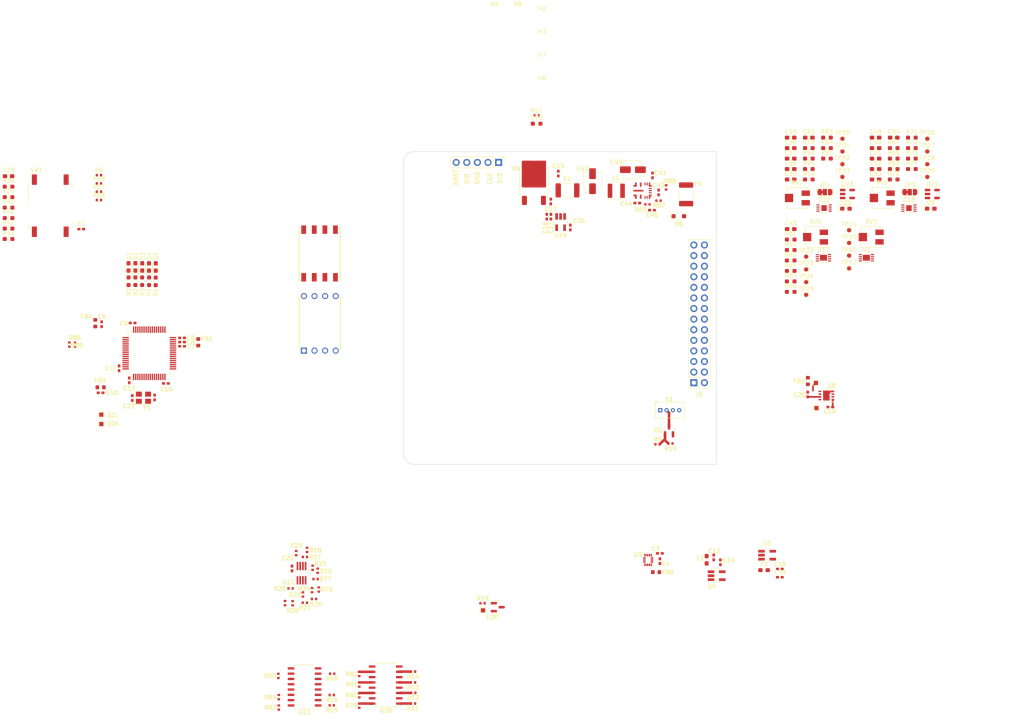
<source format=kicad_pcb>
(kicad_pcb (version 20221018) (generator pcbnew)
  (title_block (title "Frontbox") (date "2023-04-19") (rev "${REVISION}") (company "Author: Szymon Kostrubiec") (comment 1 "Reviewer:"))
  (layers (0 "F.Cu" signal) (1 "In1.Cu" signal) (2 "In2.Cu" signal) (31 "B.Cu" signal) (34 "B.Paste" user) (35 "F.Paste" user) (36 "B.SilkS" user "B.Silkscreen") (37 "F.SilkS" user "F.Silkscreen") (38 "B.Mask" user) (39 "F.Mask" user) (44 "Edge.Cuts" user))
  (property "REVISION" "0.1.0")
  (net 0 "")
  (net 1 "/NRST")
  (net 2 "GND")
  (net 3 "+3.3V")
  (net 4 "+5V")
  (net 5 "+3.3VA")
  (net 6 "/HSE_IN")
  (net 7 "/HSE_OUT")
  (net 8 "Net-(U7-EN)")
  (net 9 "Net-(U7-VCC)")
  (net 10 "Net-(U7-SW)")
  (net 11 "Net-(U7-CBOOT)")
  (net 12 "+7.5V")
  (net 13 "Net-(D1-K)")
  (net 14 "Net-(D2-K)")
  (net 15 "Net-(D3-K)")
  (net 16 "Net-(D4-K)")
  (net 17 "Net-(D5-K)")
  (net 18 "+24V")
  (net 19 "Net-(IC1-VS)")
  (net 20 "Net-(IC2-VS)")
  (net 21 "/YAWPROBE_I^{2}C_SDA")
  (net 22 "/YAWPROBE_I^{2}C_SCL")
  (net 31 "/INERTIA")
  (net 32 "3V3_POT1")
  (net 33 "/EBS_SAFETY")
  (net 34 "/KILL_PRAWY")
  (net 35 "/OVERTRAVEL")
  (net 36 "/POT_ZAWIAS_1")
  (net 37 "/KILL_LEWY")
  (net 38 "/BRAKE_PRESSURE2")
  (net 39 "/BSPD_SENSE")
  (net 40 "/KILL_KIERA")
  (net 41 "/POT_ZAWIAS2")
  (net 42 "/SAFE-IN")
  (net 43 "/SAFE-OUT")
  (net 44 "/BRAKE_PRESSURE1")
  (net 45 "/DAC1_REF")
  (net 46 "/CAN-")
  (net 47 "/CAN+")
  (net 48 "/SWCLK")
  (net 49 "/SWDIO")
  (net 50 "/DAC2_REF")
  (net 51 "Net-(Q1-D)")
  (net 52 "Net-(Q1-G)")
  (net 53 "/DEBUG_LED1")
  (net 54 "/DEBUG_LED2")
  (net 55 "/DEBUG_LED3")
  (net 56 "/DEBUG_LED4")
  (net 57 "/DEBUG_LED5")
  (net 58 "/Safety_control")
  (net 59 "Net-(R11-Pad2)")
  (net 60 "Net-(R12-Pad2)")
  (net 61 "Net-(R13-Pad2)")
  (net 62 "Net-(R14-Pad2)")
  (net 63 "Net-(R15-Pad2)")
  (net 64 "Net-(R16-Pad2)")
  (net 65 "5v_ref")
  (net 66 "/Suspension potentiometers/IN1+")
  (net 67 "Net-(U12A-+)")
  (net 68 "/Suspension potentiometers/IN2+")
  (net 69 "Net-(U12B-+)")
  (net 70 "Net-(U12A--)")
  (net 71 "Net-(U12B--)")
  (net 72 "/SUSP_L")
  (net 73 "/SUSP_R")
  (net 74 "/APPS_sig1")
  (net 75 "/Brake_pressure_front")
  (net 76 "/Brake_pressure_rear")
  (net 77 "/RTD_BUTTON_sig")
  (net 78 "Net-(R49-Pad2)")
  (net 79 "/Sense_EBS")
  (net 80 "/APPS_sig2")
  (net 81 "/Sense_left")
  (net 82 "/Sense_right")
  (net 83 "/Sense_driver")
  (net 84 "/Sense_inertia")
  (net 85 "/Sense_BSPD")
  (net 86 "/Sense_overtravel")
  (net 87 "Net-(U7-FB)")
  (net 88 "Net-(U7-RBOOT)")
  (net 89 "/CAN1_TX")
  (net 90 "/CAN1_RX")
  (net 102 "Net-(U5-OUT)")
  (net 106 "/IMU_CLK")
  (net 107 "/IMU_MISO")
  (net 108 "/IMU_MOSI")
  (net 118 "/APPS_POT_1")
  (net 119 "/APPS_POT_2")
  (net 122 "/APPS2_3V3")
  (net 123 "/APPS1_3V3")
  (net 126 "+3V3")
  (net 127 "Net-(U3-VDD)")
  (net 128 "Net-(U6-VCC)")
  (net 129 "Net-(U8-VDD)")
  (net 130 "Net-(U4-EN)")
  (net 131 "Net-(U5-EN)")
  (net 132 "Net-(JP3-B)")
  (net 133 "/APPS1/DAC_REF2")
  (net 134 "Net-(U21-+)")
  (net 135 "Net-(C54-Pad1)")
  (net 136 "/APPS1/OUT2")
  (net 137 "Net-(JP4-B)")
  (net 138 "Net-(U23-+)")
  (net 139 "Net-(C60-Pad1)")
  (net 140 "/APPS1/POT2")
  (net 141 "Net-(J5-Pin_10)")
  (net 142 "Net-(J5-Pin_11)")
  (net 143 "Net-(J5-Pin_18)")
  (net 144 "Net-(J5-Pin_19)")
  (net 148 "Net-(JP3-C)")
  (net 149 "Net-(JP4-C)")
  (net 150 "Net-(U2B--)")
  (net 151 "Net-(R38-Pad2)")
  (net 152 "Net-(U2B-+)")
  (net 153 "Net-(U2A-+)")
  (net 154 "Net-(U2A--)")
  (net 155 "/Brake_press_front")
  (net 156 "Net-(U17B--)")
  (net 157 "Net-(R61-Pad2)")
  (net 158 "Net-(U17B-+)")
  (net 159 "Net-(U17A-+)")
  (net 160 "Net-(U17A--)")
  (net 161 "/Brake_press_rear")
  (net 162 "Net-(R67-Pad2)")
  (net 163 "Net-(R68-Pad1)")
  (net 164 "Net-(U18-EN)")
  (net 165 "Net-(U18-FG)")
  (net 166 "Net-(R71-Pad2)")
  (net 167 "Net-(R75-Pad2)")
  (net 168 "Net-(R78-Pad1)")
  (net 169 "Net-(U22-EN)")
  (net 170 "Net-(U22-FG)")
  (net 171 "Net-(R92-Pad2)")
  (footprint "Resistor_SMD:R_0402_1005Metric" (layer "F.Cu") (at 114.352 177.812 90)
    (fp_text reference "R81")
    (fp_text value "10k")
  )
  (footprint "Resistor_SMD:R_0603_1608Metric_Pad0.98x0.95mm_HandSolder" (layer "F.Cu") (at 63.96 81.1 90)
    (fp_text reference "R4")
    (fp_text value "100R")
  )
  (footprint "Capacitor_SMD:C_0402_1005Metric_Pad0.74x0.62mm_HandSolder" (layer "F.Cu") (at 52.33 107.84 180)
    (fp_text reference "C40")
    (fp_text value "100nF")
  )
  (footprint "TestPoint:TestPoint_Pad_D1.0mm" (layer "F.Cu") (at 221.5305 81.3)
    (fp_text reference "TP24")
    (fp_text value "BR_MID")
  )
  (footprint "Resistor_SMD:R_0603_1608Metric_Pad0.98x0.95mm_HandSolder" (layer "F.Cu") (at 242.5305 56.69)
    (fp_text reference "R70")
    (fp_text value "0R")
  )
  (footprint "Connector_PinSocket_2.54mm:PinSocket_2x14_P2.54mm_Vertical" (layer "F.Cu") (at 194.6 105.42 180)
    (fp_text reference "J5")
    (fp_text value "Conn_02x14_Counter_Clockwise")
  )
  (footprint "MountingHole:MountingHole_2mm" (layer "F.Cu") (at 197.5 52.5)
    (fp_text reference "H5" hide)
    (fp_text value "M3")
  )
  (footprint "Resistor_SMD:R_0402_1005Metric" (layer "F.Cu") (at 103.188 149.8 90)
    (fp_text reference "R25")
    (fp_text value "12k")
  )
  (footprint "Resistor_SMD:R_0402_1005Metric" (layer "F.Cu") (at 101.313 158.185 180)
    (fp_text reference "R21")
    (fp_text value "10k")
  )
  (footprint "Package_DFN_QFN:DFN-8-1EP_3x2mm_P0.5mm_EP1.7x1.4mm" (layer "F.Cu") (at 235.9805 75.45)
    (fp_text reference "U2")
    (fp_text value "MCP6002-xMC")
  )
  (footprint "Resistor_SMD:R_0402_1005Metric" (layer "F.Cu") (at 183.480001 62.640001 180)
    (fp_text reference "R89")
    (fp_text value "0R")
  )
  (footprint "Resistor_SMD:R_0603_1608Metric_Pad0.98x0.95mm_HandSolder" (layer "F.Cu") (at 30.2625 60.92)
    (fp_text reference "R39")
    (fp_text value "0R")
  )
  (footprint "Capacitor_SMD:C_0402_1005Metric_Pad0.74x0.62mm_HandSolder" (layer "F.Cu") (at 227.33 111.252 180)
    (fp_text reference "C19")
    (fp_text value "100nF")
  )
  (footprint "Resistor_SMD:R_0402_1005Metric" (layer "F.Cu") (at 156.9 41.315)
    (fp_text reference "R57")
    (fp_text value "220R")
  )
  (footprint "Package_DFN_QFN:DFN-8-1EP_3x2mm_P0.5mm_EP1.7x1.4mm" (layer "F.Cu") (at 225.6805 75.45)
    (fp_text reference "U17")
    (fp_text value "MCP6002-xMC")
  )
  (footprint "Capacitor_SMD:C_0603_1608Metric_Pad1.08x0.95mm_HandSolder" (layer "F.Cu") (at 242.5305 46.65)
    (fp_text reference "C54")
    (fp_text value "100n")
  )
  (footprint "Capacitor_SMD:C_0603_1608Metric_Pad1.08x0.95mm_HandSolder" (layer "F.Cu") (at 217.8305 49.16)
    (fp_text reference "C56")
    (fp_text value "100n")
  )
  (footprint "Diode_SMD:D_0603_1608Metric_Pad1.05x0.95mm_HandSolder" (layer "F.Cu") (at 251.4255 63.69)
    (fp_text reference "D9")
    (fp_text value "24V")
  )
  (footprint "Resistor_SMD:R_0402_1005Metric" (layer "F.Cu") (at 127.262 174.702 180)
    (fp_text reference "R14")
    (fp_text value "2k")
  )
  (footprint "Resistor_SMD:R_0603_1608Metric_Pad0.98x0.95mm_HandSolder" (layer "F.Cu") (at 226.5305 51.67)
    (fp_text reference "R95")
    (fp_text value "4k7")
  )
  (footprint "MountingHole:MountingHole_2mm" (layer "F.Cu") (at 127.5 122.25)
    (fp_text reference "H4" hide)
    (fp_text value "M3")
  )
  (footprint "Resistor_SMD:R_0402_1005Metric" (layer "F.Cu") (at 107.766 182.787 180)
    (fp_text reference "R15")
    (fp_text value "2k")
  )
  (footprint "Resistor_SMD:R_0603_1608Metric_Pad0.98x0.95mm_HandSolder" (layer "F.Cu") (at 242.5305 54.18)
    (fp_text reference "R69")
    (fp_text value "100k")
  )
  (footprint "Package_QFP:LQFP-64_10x10mm_P0.5mm" (layer "F.Cu") (at 64.008 98.3575 90)
    (fp_text reference "U1" hide)
    (fp_text value "STM32G473RCTx")
  )
  (footprint "Resistor_SMD:R_0402_1005Metric" (layer "F.Cu") (at 143.928635 158.303566)
    (fp_text reference "R19")
    (fp_text value "200R")
  )
  (footprint "Resistor_SMD:R_0402_1005Metric" (layer "F.Cu") (at 101.848 145.51 -90)
    (fp_text reference "R18")
    (fp_text value "5k")
  )
  (footprint "Capacitor_SMD:C_0402_1005Metric_Pad0.74x0.62mm_HandSolder" (layer "F.Cu") (at 200.972 148.4865 90)
    (fp_text reference "C14")
    (fp_text value "1uF")
  )
  (footprint "Resistor_SMD:R_0603_1608Metric_Pad0.98x0.95mm_HandSolder" (layer "F.Cu") (at 226.5305 46.65)
    (fp_text reference "R93")
    (fp_text value "1k")
  )
  (footprint "Resistor_SMD:R_0603_1608Metric_Pad0.98x0.95mm_HandSolder" (layer "F.Cu") (at 246.8805 49.16)
    (fp_text reference "R72")
    (fp_text value "1k")
  )
  (footprint "MountingHole:MountingHole_2mm" (layer "F.Cu") (at 158.22 18.895)
    (fp_text reference "H2")
    (fp_text value "M3")
  )
  (footprint "Resistor_SMD:R_0603_1608Metric_Pad0.98x0.95mm_HandSolder" (layer "F.Cu") (at 242.5305 51.67)
    (fp_text reference "R68")
    (fp_text value "33k")
  )
  (footprint "Resistor_SMD:R_0402_1005Metric" (layer "F.Cu") (at 99.238 146.27 -90)
    (fp_text reference "R29")
    (fp_text value "12k")
  )
  (footprint "Resistor_SMD:R_0603_1608Metric_Pad0.98x0.95mm_HandSolder" (layer "F.Cu") (at 222.1805 56.69)
    (fp_text reference "R92")
    (fp_text value "4k7")
  )
  (footprint "Resistor_SMD:R_0603_1608Metric_Pad0.98x0.95mm_HandSolder" (layer "F.Cu") (at 242.5305 49.16)
    (fp_text reference "R67")
    (fp_text value "10k")
  )
  (footprint "Capacitor_SMD:C_0402_1005Metric_Pad0.74x0.62mm_HandSolder" (layer "F.Cu") (at 52.58 91.39 90)
    (fp_text reference "C5")
    (fp_text value "100nF")
  )
  (footprint "Resistor_SMD:R_0603_1608Metric_Pad0.98x0.95mm_HandSolder" (layer "F.Cu") (at 217.8305 83.64)
    (fp_text reference "R66")
    (fp_text value "0R")
  )
  (footprint "Resistor_SMD:R_0603_1608Metric_Pad0.98x0.95mm_HandSolder" (layer "F.Cu") (at 59.04 81.0875 90)
    (fp_text reference "R1")
    (fp_text value "100R")
  )
  (footprint "Resistor_SMD:R_0603_1608Metric_Pad0.98x0.95mm_HandSolder" (layer "F.Cu") (at 246.8805 46.65)
    (fp_text reference "R71")
    (fp_text value "4k7")
  )
  (footprint "Package_LGA:LGA-14_3x2.5mm_P0.5mm_LayoutBorder3x4y" (layer "F.Cu") (at 183.654 147.9355 90)
    (fp_text reference "U3")
    (fp_text value "IMS330DHCX")
  )
  (footprint "Resistor_SMD:R_0402_1005Metric" (layer "F.Cu") (at 98.388 158.3 90)
    (fp_text reference "R26")
    (fp_text value "3k")
  )
  (footprint "Package_DFN_QFN:TDFN-8-1EP_3x2mm_P0.5mm_EP1.3x1.4mm" (layer "F.Cu") (at 246.1805 63.55)
    (fp_text reference "U18")
    (fp_text value "MCP6N11-005\n")
  )
  (footprint "Capacitor_SMD:C_0402_1005Metric_Pad0.74x0.62mm_HandSolder" (layer "F.Cu") (at 199.372 147.3215 -90)
    (fp_text reference "C12")
    (fp_text value "1uF")
  )
  (footprint "MountingHole:MountingHole_2mm" (layer "F.Cu") (at 146.85 17.78)
    (fp_text reference "H1")
    (fp_text value "M3")
  )
  (footprint "Capacitor_SMD:C_0402_1005Metric_Pad0.74x0.62mm_HandSolder" (layer "F.Cu") (at 215.221 152.068)
    (fp_text reference "C38")
    (fp_text value "1uF")
  )
  (footprint "MountingHole:MountingHole_2mm" (layer "F.Cu") (at 197.5 122.5)
    (fp_text reference "H10" hide)
    (fp_text value "M3")
  )
  (footprint "TestPoint:TestPoint_Pad_D1.0mm" (layer "F.Cu") (at 250.5805 49.97)
    (fp_text reference "TP27")
    (fp_text value "APPS_N")
  )
  (footprint "Capacitor_SMD:C_0402_1005Metric_Pad0.74x0.62mm_HandSolder" (layer "F.Cu") (at 67.99 105.59 180)
    (fp_text reference "C10")
    (fp_text value "100nF")
  )
  (footprint "Resistor_SMD:R_0402_1005Metric" (layer "F.Cu") (at 46.2 96.32 -90)
    (fp_text reference "R86")
    (fp_text value "4k7")
  )
  (footprint "Resistor_SMD:R_0402_1005Metric" (layer "F.Cu") (at 103.038 155.17 -90)
    (fp_text reference "R24")
    (fp_text value "12k")
  )
  (footprint "Resistor_SMD:R_0402_1005Metric" (layer "F.Cu") (at 44.84 96.28 90)
    (fp_text reference "R85")
    (fp_text value "4k7")
  )
  (footprint "Resistor_SMD:R_0603_1608Metric_Pad0.98x0.95mm_HandSolder" (layer "F.Cu") (at 30.2625 68.45)
    (fp_text reference "R42")
    (fp_text value "3k3")
  )
  (footprint "Resistor_SMD:R_0402_1005Metric" (layer "F.Cu") (at 104.648 155.02 90)
    (fp_text reference "R76")
    (fp_text value "10k")
  )
  (footprint "Resistor_SMD:R_0402_1005Metric" (layer "F.Cu") (at 127.312 179.802 180)
    (fp_text reference "R12")
    (fp_text value "2k")
  )
  (footprint "Resistor_SMD:R_0603_1608Metric_Pad0.98x0.95mm_HandSolder" (layer "F.Cu") (at 60.67 81.0875 90)
    (fp_text reference "R2")
    (fp_text value "100R")
  )
  (footprint "Relay_THT:Relay_StandexMeder_UMS" (layer "F.Cu") (at 186.5425 112.0175)
    (fp_text reference "K1")
    (fp_text value "UMS05-1A80-75D")
  )
  (footprint "TestPoint:TestPoint_Pad_D1.0mm" (layer "F.Cu") (at 230.2305 53.02)
    (fp_text reference "TP32")
    (fp_text value "APPS_MID")
  )
  (footprint "Resistor_SMD:R_0402_1005Metric" (layer "F.Cu") (at 114.352 182.875 90)
    (fp_text reference "R79")
    (fp_text value "10k")
  )
  (footprint "Package_TO_SOT_SMD:SOT-23-5_HandSoldering" (layer "F.Cu") (at 162.65 66.9 -90)
    (fp_text reference "U19")
    (fp_text value "TLV743P")
  )
  (footprint "Inductor_SMD:L_0603_1608Metric" (layer "F.Cu") (at 221.9475 105.0145 -90)
    (fp_text reference "FB2")
    (fp_text value "60R@100MHz")
  )
  (footprint "Crystal:Crystal_SMD_Abracon_ABM8G-4Pin_3.2x2.5mm" (layer "F.Cu") (at 62.62 109.02)
    (fp_text reference "Y1")
    (fp_text value "ABM8G-48.000MHZ")
  )
  (footprint "Resistor_SMD:R_0402_1005Metric" (layer "F.Cu") (at 51.9325 57.63)
    (fp_text reference "R48")
    (fp_text value "220R")
  )
  (footprint "Package_TO_SOT_SMD:SOT-23-5_HandSoldering" (layer "F.Cu") (at 200.072 151.704)
    (fp_text reference "U4")
    (fp_text value "TLV743P")
  )
  (footprint "Capacitor_SMD:C_0402_1005Metric_Pad0.74x0.62mm_HandSolder" (layer "F.Cu") (at 71.87 94.67)
    (fp_text reference "C8")
    (fp_text value "100nF")
  )
  (footprint "Package_SO:SOIC-16_4.55x10.3mm_P1.27mm" (layer "F.Cu") (at 101.252 178.372 180)
    (fp_text reference "U11")
    (fp_text value "TLP291-4")
  )
  (footprint "Resistor_SMD:R_0402_1005Metric" (layer "F.Cu") (at 107.766 180.312 180)
    (fp_text reference "R16")
    (fp_text value "2k")
  )
  (footprint "Capacitor_SMD:C_0402_1005Metric_Pad0.74x0.62mm_HandSolder" (layer "F.Cu") (at 160.32 65.6 -90)
    (fp_text reference "C37")
    (fp_text value "1uF")
  )
  (footprint "Resistor_SMD:R_0402_1005Metric" (layer "F.Cu") (at 107.866 175.212 180)
    (fp_text reference "R49")
    (fp_text value "2k")
  )
  (footprint "Capacitor_SMD:C_0402_1005Metric_Pad0.74x0.62mm_HandSolder" (layer "F.Cu") (at 71.87 95.67)
    (fp_text reference "C6")
    (fp_text value "1uF")
  )
  (footprint "Resistor_SMD:R_0402_1005Metric" (layer "F.Cu") (at 104.398 150.5 90)
    (fp_text reference "R23")
    (fp_text value "3k")
  )
  (footprint "Capacitor_SMD:C_0603_1608Metric_Pad1.08x0.95mm_HandSolder" (layer "F.Cu") (at 222.1805 46.65)
    (fp_text reference "C60")
    (fp_text value "100n")
  )
  (footprint "Capacitor_SMD:C_0402_1005Metric_Pad0.74x0.62mm_HandSolder" (layer "F.Cu") (at 184.69 55.7175 90)
    (fp_text reference "C41")
    (fp_text value "220nF")
  )
  (footprint "Resistor_SMD:R_0603_1608Metric_Pad0.98x0.95mm_HandSolder" (layer "F.Cu") (at 222.1805 54.18)
    (fp_text reference "R91")
    (fp_text value "0R")
  )
  (footprint "Resistor_SMD:R_0402_1005Metric" (layer "F.Cu") (at 127.262 182.352 180)
    (fp_text reference "R11")
    (fp_text value "2k")
  )
  (footprint "TestPoint:TestPoint_Pad_D1.0mm" (layer "F.Cu") (at 250.5805 56.07)
    (fp_text reference "TP29")
    (fp_text value "APPS_OUT")
  )
  (footprint "Capacitor_SMD:C_0402_1005Metric_Pad0.74x0.62mm_HandSolder" (layer "F.Cu") (at 164.98 68.2025 90)
    (fp_text reference "C36")
    (fp_text value "1uF")
  )
  (footprint "Resistor_SMD:R_0402_1005Metric" (layer "F.Cu") (at 114.352 180.385 90)
    (fp_text reference "R80")
    (fp_text value "10k")
  )
  (footprint "Resistor_SMD:R_0402_1005Metric" (layer "F.Cu") (at 189 120)
    (fp_text reference "R10")
    (fp_text value "10k")
  )
  (footprint "Capacitor_SMD:C_0603_1608Metric_Pad1.08x0.95mm_HandSolder" (layer "F.Cu") (at 217.8305 51.67)
    (fp_text reference "C57")
    (fp_text value "10n")
  )
  (footprint "Resistor_SMD:R_0402_1005Metric" (layer "F.Cu") (at 187.950001 58.585001 -90)
    (fp_text reference "R88")
    (fp_text value "16k7")
  )
  (footprint "Capacitor_SMD:C_0603_1608Metric_Pad1.08x0.95mm_HandSolder" (layer "F.Cu") (at 238.1805 56.69)
    (fp_text reference "C53")
    (fp_text value "100n")
  )
  (footprint "Diode_SMD:D_0603_1608Metric_Pad1.05x0.95mm_HandSolder" (layer "F.Cu") (at 65.57 77.6675 90)
    (fp_text reference "D5")
    (fp_text value "LED")
  )
  (footprint "Inductor_SMD:L_0603_1608Metric" (layer "F.Cu") (at 75.75 95.73 -90)
    (fp_text reference "FB1")
    (fp_text value "1000Ω@100MHz")
  )
  (footprint "Capacitor_SMD:C_0603_1608Metric_Pad1.08x0.95mm_HandSolder" (layer "F.Cu") (at 217.8305 46.65)
    (fp_text reference "C55")
    (fp_text value "100n")
  )
  (footprint "Package_TO_SOT_SMD:TSOT-23-8_HandSoldering" (layer "F.Cu") (at 100.518 151.1 90)
    (fp_text reference "U12")
    (fp_text value "TLV9152IDDFR")
  )
  (footprint "Package_DFN_QFN:DFN-8-1EP_3x3mm_P0.65mm_EP1.55x2.4mm" (layer "F.Cu") (at 226.38 108.492)
    (fp_text reference "U8")
    (fp_text value "MCP2542FDxMF")
  )
  (footprint "Inductor_SMD:L_Abracon_ASPI-4030S" (layer "F.Cu") (at 176 59.4 180)
    (fp_text reference "L1")
    (fp_text value "2u2H")
  )
  (footprint "Resistor_SMD:R_0603_1608Metric_Pad0.98x0.95mm_HandSolder" (layer "F.Cu") (at 30.2625 70.96)
    (fp_text reference "R43")
    (fp_text value "0R")
  )
  (footprint "Capacitor_SMD:C_0402_1005Metric_Pad0.74x0.62mm_HandSolder" (layer "F.Cu") (at 184.562501 64.040001)
    (fp_text reference "C46")
    (fp_text value "100nF")
  )
  (footprint "Resistor_SMD:R_0402_1005Metric" (layer "F.Cu") (at 96.563 158.275 -90)
    (fp_text reference "R17" hide)
    (fp_text value "5k")
  )
  (footprint "MountingHole:MountingHole_2mm" (layer "F.Cu") (at 158.22 35.545)
    (fp_text reference "H8")
    (fp_text value "M3")
  )
  (footprint "Resistor_SMD:R_0603_1608Metric_Pad0.98x0.95mm_HandSolder" (layer "F.Cu") (at 222.1805 49.16)
    (fp_text reference "R78")
    (fp_text value "33k")
  )
  (footprint "Capacitor_SMD:C_0402_1005Metric_Pad0.74x0.62mm_HandSolder" (layer "F.Cu") (at 71.87 96.68)
    (fp_text reference "C7")
    (fp_text value "100nF")
  )
  (footprint "TestPoint:TestPoint_Pad_D1.0mm" (layer "F.Cu") (at 231.8305 74.95)
    (fp_text reference "TP16")
    (fp_text value "BR_MID")
  )
  (footprint "Capacitor_SMD:C_0402_1005Metric_Pad0.74x0.62mm_HandSolder" (layer "F.Cu") (at 162.1 55.2675 90)
    (fp_text reference "C15")
    (fp_text value "1uF")
  )
  (footprint "Resistor_SMD:R_0402_1005Metric" (layer "F.Cu") (at 103.888 152.51 180)
    (fp_text reference "R77")
    (fp_text value "10k")
  )
  (footprint "TestPoint:TestPoint_Pad_D1.0mm" (layer "F.Cu") (at 250.5805 46.92)
    (fp_text reference "TP26")
    (fp_text value "APPS_P")
  )
  (footprint "MountingHole:MountingHole_2mm" (layer "F.Cu") (at 152.4 17.78)
    (fp_text reference "H6")
    (fp_text value "M3")
  )
  (footprint "TestPoint:TestPoint_Pad_D1.0mm" (layer "F.Cu") (at 230.2305 46.92)
    (fp_text reference "TP30")
    (fp_text value "APPS_P")
  )
  (footprint "Inductor_SMD:L_0603_1608Metric" (layer "F.Cu") (at 51.06 91.15 90)
    (fp_text reference "FB4")
    (fp_text value "60R@100MHz")
  )
  (footprint "Capacitor_SMD:C_0603_1608Metric_Pad1.08x0.95mm_HandSolder" (layer "F.Cu") (at 30.2625 55.9)
    (fp_text reference "C29")
    (fp_text value "100n")
  )
  (footprint "Button_Switch_SMD:SW_MEC_5GSH9" (layer "F.Cu") (at 40.2625 62.97)
    (fp_text reference "SW1")
    (fp_text value "Reset switch")
  )
  (footprint "Frontbox:ELVH005DHRRJINAA4" (layer "F.Cu") (at 104.843 74.422)
    (fp_text reference "IC1" hide)
    (fp_text value "ELVH-MF12D-HRRJ-C-N3A4" hide)
  )
  (footprint "Resistor_SMD:R_0402_1005Metric" (layer "F.Cu") (at 95.056 180.822 90)
    (fp_text reference "R84")
    (fp_text value "10k")
  )
  (footprint "Resistor_SMD:R_0603_1608Metric_Pad0.98x0.95mm_HandSolder" (layer "F.Cu") (at 156.9 43.305)
    (fp_text reference "R75")
    (fp_text value "10k")
  )
  (footprint "Capacitor_SMD:C_0603_1608Metric_Pad1.08x0.95mm_HandSolder" (layer "F.Cu") (at 238.1805 54.18)
    (fp_text reference "C52")
    (fp_text value "10n")
  )
  (footprint "Resistor_SMD:R_0402_1005Metric" (layer "F.Cu") (at 114.352 175.262 90)
    (fp_text reference "R82")
    (fp_text value "10k")
  )
  (footprint "Resistor_SMD:R_0402_1005Metric" (layer "F.Cu") (at 100.838 156.21 90)
    (fp_text reference "R22")
    (fp_text value "3k")
  )
  (footprint "MountingHole:MountingHole_2mm" (layer "F.Cu") (at 158.22 29.995)
    (fp_text reference "H7")
    (fp_text value "M3")
  )
  (footprint "Capacitor_SMD:C_0402_1005Metric_Pad0.74x0.62mm_HandSolder" (layer "F.Cu") (at 59.932 109.0925 90)
    (fp_text reference "C23")
    (fp_text value "10pF")
  )
  (footprint "Resistor_SMD:R_0402_1005Metric" (layer "F.Cu") (at 186.140001 61.775001)
    (fp_text reference "R87")
    (fp_text value "100k")
  )
  (footprint "Capacitor_SMD:C_0402_1005Metric_Pad0.74x0.62mm_HandSolder" (layer "F.Cu") (at 160.29 61.97 90)
    (fp_text reference "C17")
    (fp_text value "10nF")
  )
  (footprint "Inductor_SMD:L_0603_1608Metric" (layer "F.Cu") (at 52.34 106.52 180)
    (fp_text reference "FB5")
    (fp_text value "60R@100MHz")
  )
  (footprint "TestPoint:TestPoint_Pad_D1.0mm" (layer "F.Cu") (at 221.5305 78.25)
    (fp_text reference "TP23")
    (fp_text value "BR_P")
  )
  (footprint "Capacitor_SMD:C_0603_1608Metric_Pad1.08x0.95mm_HandSolder" (layer "F.Cu") (at 217.8305 68.58)
    (fp_text reference "C48")
    (fp_text value "100n")
  )
  (footprint "Capacitor_SMD:C_0603_1608Metric_Pad1.08x0.95mm_HandSolder" (layer "F.Cu") (at 217.8305 56.69)
    (fp_text reference "C59")
    (fp_text value "100n")
  )
  (footprint "Package_TO_SOT_SMD:TO-252-2" (layer "F.Cu") (at 156.255 56.66 90)
    (fp_text reference "U6")
    (fp_text value "BD50FC0FP")
  )
  (footprint "Resistor_SMD:R_0603_1608Metric_Pad0.98x0.95mm_HandSolder" (layer "F.Cu") (at 222.1805 51.67)
    (fp_text reference "R90")
    (fp_text value "100k")
  )
  (footprint "Connector_PinHeader_2.54mm:PinHeader_1x05_P2.54mm_Vertical" (layer "F.Cu") (at 147.775 52.6 -90)
    (fp_text reference "J2" hide)
    (fp_text value "Conn_01x04")
  )
  (footprint "TestPoint:TestPoint_Pad_D1.0mm" (layer "F.Cu") (at 230.2305 56.07)
    (fp_text reference "TP33")
    (fp_text value "APPS_OUT")
  )
  (footprint "Package_TO_SOT_SMD:SOT-23" (layer "F.Cu") (at 188.65 116.8625 90)
    (fp_text reference "Q1")
    (fp_text value "NX7002AK")
  )
  (footprint "Resistor_SMD:R_0603_1608Metric_Pad0.98x0.95mm_HandSolder" (layer "F.Cu") (at 246.8805 54.18)
    (fp_text reference "R74")
    (fp_text value "4k7")
  )
  (footprint "Resistor_SMD:R_0402_1005Metric" (layer "F.Cu") (at 127.262 177.302 180)
    (fp_text reference "R13")
    (fp_text value "2k")
  )
  (footprint "Fuse:Fuse_0603_1608Metric_Pad1.05x0.95mm_HandSolder" (layer "F.Cu") (at 197.672 147.879 -90)
    (fp_text reference "F2")
    (fp_text value "300mA")
  )
  (footprint "Resistor_SMD:R_0603_1608Metric_Pad0.98x0.95mm_HandSolder" (layer "F.Cu") (at 246.8805 51.67)
    (fp_text reference "R73")
    (fp_text value "4k7")
  )
  (footprint "Frontbox:IC_LM61460AANRJRR" (layer "F.Cu") (at 182.300001 59.365001 180)
    (fp_text reference "U7" hide)
    (fp_text value "LM62440-Q1")
  )
  (footprint "Capacitor_SMD:C_0402_1005Metric_Pad0.74x0.62mm_HandSolder" (layer "F.Cu") (at 56.77 101.96 90)
    (fp_text reference "C11")
    (fp_text value "100nF")
  )
  (footprint "TestPoint:TestPoint_Pad_D1.0mm" (layer "F.Cu") (at 250.5805 53.02)
    (fp_text reference "TP28")
    (fp_text value "APPS_MID")
  )
  (footprint "MountingHole:MountingHole_2mm" (layer "F.Cu") (at 127.5 52.5)
    (fp_text reference "H9" hide)
    (fp_text value "M3")
  )
  (footprint "Potentiometer_SMD:Potentiometer_Bourns_3214J_Horizontal" (layer "F.Cu") (at 219.4305 61.12)
    (fp_text reference "RV7")
    (fp_text value "1k")
  )
  (footprint "Diode_SMD:D_0603_1608Metric_Pad1.05x0.95mm_HandSolder" (layer "F.Cu") (at 60.67 77.6575 90)
    (fp_text reference "D2")
    (fp_text value "LED")
  )
  (footprint "Fuse:Fuse_1812_4532Metric_Pad1.30x3.40mm_HandSolder" (layer "F.Cu") (at 192.75 60.25 90)
    (fp_text reference "F4")
    (fp_text value "1.5A")
  )
  (footprint "Resistor_SMD:R_0603_1608Metric_Pad0.98x0.95mm_HandSolder" (layer "F.Cu") (at 217.8305 73.6)
    (fp_text reference "R62")
    (fp_text value "0R")
  )
  (footprint "Capacitor_SMD:C_0402_1005Metric_Pad0.74x0.62mm_HandSolder" (layer "F.Cu") (at 159.32 65.6 -90)
    (fp_text reference "C16")
    (fp_text value "1uF")
  )
  (footprint "Diode_SMD:D_0603_1608Metric_Pad1.05x0.95mm_HandSolder" (layer "F.Cu") (at 59.03 77.6575 90)
    (fp_text reference "D1")
    (fp_text value "LED")
  )
  (footprint "Resistor_SMD:R_0402_1005Metric" (layer "F.Cu") (at 51.9325 55.64)
    (fp_text reference "R6")
    (fp_text value "220R")
  )
  (footprint "Package_DFN_QFN:TDFN-8-1EP_3x2mm_P0.5mm_EP1.3x1.4mm" (layer "F.Cu") (at 225.8305 63.55)
    (fp_text reference "U22")
    (fp_text value "MCP6N11-005\n")
  )
  (footprint "Resistor_SMD:R_0402_1005Metric" (layer "F.Cu") (at 95.056 183.322 90)
    (fp_text reference "R83")
    (fp_text value "10k")
  )
  (footprint "TestPoint:TestPoint_Pad_D1.0mm" (layer "F.Cu") (at 231.8305 78)
    (fp_text reference "TP17")
    (fp_text value "BR_OUT")
  )
  (footprint "Resistor_SMD:R_0402_1005Metric" (layer "F.Cu") (at 101.348 147.21 180)
    (fp_text reference "R27")
    (fp_text value "3k")
  )
  (footprint "Resistor_SMD:R_0603_1608Metric_Pad0.98x0.95mm_HandSolder" (layer "F.Cu") (at 30.2625 63.43)
    (fp_text reference "R40")
    (fp_text value "100R")
  )
  (footprint "Resistor_SMD:R_0603_1608Metric_Pad0.98x0.95mm_HandSolder" (layer "F.Cu") (at 65.55 81.12 90)
    (fp_text reference "R5")
    (fp_text value "100R")
  )
  (footprint "Resistor_SMD:R_0402_1005Metric" (layer "F.Cu") (at 185.89 120.2)
    (fp_text reference "R9")
    (fp_text value "200R")
  )
  (footprint "Resistor_SMD:R_0603_1608Metric_Pad0.98x0.95mm_HandSolder" (layer "F.Cu") (at 30.2625 58.41)
    (fp_text reference "R38")
    (fp_text value "100R")
  )
  (footprint "TestPoint:TestPoint_Pad_1.0x1.0mm" (layer "F.Cu") (at 52.508 113.083236)
    (fp_text reference "TP4" hide)
    (fp_text value "TestPoint")
  )
  (footprint "Diode_SMD:D_0603_1608Metric_Pad1.05x0.95mm_HandSolder" (layer "F.Cu") (at 231.0755 63.69)
    (fp_text reference "D10")
    (fp_text value "24V")
  )
  (footprint "Capacitor_SMD:C_0402_1005Metric_Pad0.74x0.62mm_HandSolder" (layer "F.Cu") (at 47.6925 68.58)
    (fp_text reference "C1")
    (fp_text value "100nF")
  )
  (footprint "Jumper:SolderJumper-3_P1.3mm_Bridged12_RoundedPad1.0x1.5mm" (layer "F.Cu") (at 226.0305 59.72)
    (fp_text reference "JP4")
    (fp_text value "POT/DAC")
  )
  (footprint "Resistor_SMD:R_0402_1005Metric" (layer "F.Cu") (at 51.9325 59.62)
    (fp_text reference "R57")
    (fp_text value "220R")
  )
  (footprint "MountingHole:MountingHole_2mm" (layer "F.Cu") (at 158.22 24.445)
    (fp_text reference "H3")
    (fp_text value "M3")
  )
  (footprint "Resistor_SMD:R_0603_1608Metric_Pad0.98x0.95mm_HandSolder" (layer "F.Cu") (at 62.29 81.0975 90)
    (fp_text reference "R3")
    (fp_text value "100R")
  )
  (footprint "Frontbox:ELVHL10DHRRDCN2A4" (layer "F.Cu") (at 101.092 97.726 90)
    (fp_text reference "IC2" hide)
    (fp_text value "ELVH-MF12D-HRRJ-C-N3A4" hide)
  )
  (footprint "Resistor_SMD:R_0402_1005Metric" (layer "F.Cu") (at 51.9325 61.61)
    (fp_text reference "R58")
    (fp_text value "220R")
  )
  (footprint "Package_TO_SOT_SMD:SOT-23-5_HandSoldering" (layer "F.Cu") (at 212.171 146.788)
    (fp_text reference "U5")
    (fp_text value "TLV743P")
  )
  (footprint "Capacitor_SMD:C_0402_1005Metric_Pad0.74x0.62mm_HandSolder" (layer "F.Cu") (at 59.21 104.86 -90)
    (fp_text reference "C13")
    (fp_text value "100nF")
  )
  (footprint "Potentiometer_SMD:Potentiometer_Bourns_3214J_Horizontal" (layer "F.Cu") (at 237.1305 70.5)
    (fp_text reference "RV3")
    (fp_text value "2k")
  )
  (footprint "Capacitor_SMD:C_0603_1608Metric_Pad1.08x0.95mm_HandSolder" (layer "F.Cu") (at 238.1805 51.67)
    (fp_text reference "C51")
    (fp_text value "10n")
  )
  (footprint "Resistor_SMD:R_0603_1608Metric_Pad0.98x0.95mm_HandSolder" (layer "F.Cu") (at 217.8305 71.09)
    (fp_text reference "R61")
    (fp_text value "100R")
  )
  (footprint "Package_TO_SOT_SMD:SOT-23-5" (layer "F.Cu") (at 231.4305 60.17)
    (fp_text reference "U23")
    (fp_text value "MCP6001")
  )
  (footprint "Diode_SMD:D_0603_1608Metric_Pad1.05x0.95mm_HandSolder" (layer "F.Cu") (at 63.94 77.67 90)
    (fp_text reference "D4")
    (fp_text value "LED")
  )
  (footprint "Jumper:SolderJumper-3_P1.3mm_Bridged12_RoundedPad1.0x1.5mm" (layer "F.Cu") (at 246.3805 59.72)
    (fp_text reference "JP3")
    (fp_text value "POT/DAC")
  )
  (footprint "TestPoint:TestPoint_Pad_1.0x1.0mm" (layer "F.Cu") (at 223.8725 105.477)
    (fp_text reference "TP1" hide)
    (fp_text value "TestPoint")
  )
  (footprint "TestPoint:TestPoint_Pad_D1.0mm" (layer "F.Cu") (at 221.5305 75.2)
    (fp_text reference "TP22")
    (fp_text value "BR_N")
  )
  (footprint "Fuse:Fuse_0603_1608Metric_Pad1.05x0.95mm_HandSolder" (layer "F.Cu") (at 211.441 150.368)
    (fp_text reference "F3")
    (fp_text value "300mA")
  )
  (footprint "Capacitor_SMD:C_0402_1005Metric_Pad0.74x0.62mm_HandSolder" (layer "F.Cu") (at 215.221 150.098)
    (fp_text reference "C18")
    (fp_text value "1uF")
  )
  (footprint "Capacitor_SMD:C_0402_1005Metric_Pad0.74x0.62mm_HandSolder" (layer "F.Cu") (at 186.454 148.2155 90)
    (fp_text reference "C4")
    (fp_text value "100nF")
  )
  (footprint "Potentiometer_SMD:Potentiometer_Bourns_3214J_Horizontal" (layer "F.Cu") (at 239.7805 61.12)
    (fp_text reference "RV6")
    (fp_text value "1k")
  )
  (footprint "Capacitor_SMD:CP_Elec_4x5.7" (layer "F.Cu") (at 179.980001 54.340001 180)
    (fp_text reference "C45")
    (fp_text value "4u7F")
  )
  (footprint "Capacitor_SMD:C_0402_1005Metric_Pad0.74x0.62mm_HandSolder" (layer "F.Cu") (at 186.454 146.348)
    (fp_text reference "C3")
    (fp_text value "100nF")
  )
  (footprint "Diode_SMD:D_SOD-323_HandSoldering" (layer "F.Cu") (at 191 65.5)
    (fp_text reference "D6")
    (fp_text value "SD24_SOD323")
  )
  (footprint "Diode_SMD:D_0603_1608Metric_Pad1.05x0.95mm_HandSolder" (layer "F.Cu") (at 62.31 77.6575 90)
    (fp_text reference "D3")
    (fp_text value "LED")
  )
  (footprint "TestPoint:TestPoint_Pad_1.0x1.0mm" (layer "F.Cu") (at 52.508 115.333236)
    (fp_text reference "TP5" hide)
    (fp_text value "TestPoint")
  )
  (footprint "Package_TO_SOT_SMD:SOT-23-5" (layer "F.Cu") (at 251.7805 60.17)
    (fp_text reference "U21")
    (fp_text value "MCP6001")
  )
  (footprint "Capacitor_SMD:CP_Elec_4x5.7" (layer "F.Cu") (at 170.3 57.1 90)
    (fp_text reference "C47")
    (fp_text value "10uF")
  )
  (footprint "TestPoint:TestPoint_Pad_1.0x1.0mm" (layer "F.Cu") (at 223.9975 111.502)
    (fp_text reference "TP2" hide)
    (fp_text value "TestPoint")
  )
  (footprint "Resistor_SMD:R_0402_1005Metric" (layer "F.Cu") (at 97.898 154.76 180)
    (fp_text reference "R28")
    (fp_text value "12k")
  )
  (footprint "Capacitor_SMD:C_0402_1005Metric_Pad0.74x0.62mm_HandSolder" (layer "F.Cu") (at 65.282 108.9725 -90)
    (fp_text reference "C24" hide)
    (fp_text value "10pF")
  )
  (footprint "Potentiometer_SMD:Potentiometer_Bourns_3214J_Horizontal" (layer "F.Cu") (at 223.7805 70.5)
    (fp_text reference "RV5")
    (fp_text value "2k")
  )
  (footprint "TestPoint:TestPoint_Pad_D1.0mm" (layer "F.Cu") (at 231.8305 68.85)
    (fp_text reference "TP14")
    (fp_text value "BR_N")
  )
  (footprint "Resistor_SMD:R_0603_1608Metric_Pad0.98x0.95mm_HandSolder" (layer "F.Cu") (at 30.2625 65.94)
    (fp_text reference "R41")
    (fp_text value "0R")
  )
  (footprint "TestPoint:TestPoint_Pad_1.0x1.0mm" (layer "F.Cu") (at 144.038635 160.003566)
    (fp_text reference "TP3" hide)
    (fp_text value "TestPoint")
  )
  (footprint "Capacitor_SMD:C_0402_1005Metric_Pad0.74x0.62mm_HandSolder" (layer "F.Cu") (at 186.150001 59.792501 90)
    (fp_text reference "C43")
    (fp_text value "1uF")
  )
  (footprint "Capacitor_SMD:C_0603_1608Metric_Pad1.08x0.95mm_HandSolder" (layer "F.Cu") (at 238.1805 46.65)
    (fp_text reference "C49")
    (fp_text value "100n")
  )
  (footprint "Capacitor_SMD:C_0603_1608Metric_Pad1.08x0.95mm_HandSolder" (layer "F.Cu") (at 217.8305 54.18)
    (fp_text reference "C58")
    (fp_text value "10n")
  )
  (footprint "TestPoint:TestPoint_Pad_D1.0mm" (layer "F.Cu") (at 221.5305 84.35)
    (fp_text reference "TP25")
    (fp_text value "BR_OUT")
  )
  (footprint "Capacitor_SMD:C_0402_1005Metric_Pad0.74x0.62mm_HandSolder" (layer "F.Cu") (at 221.8975 108.252 90)
    (fp_text reference "C20")
    (fp_text value "100nF")
  )
  (footprint "TestPoint:TestPoint_Pad_D1.0mm" (layer "F.Cu") (at 231.8305 71.9)
    (fp_text reference "TP15")
    (fp_text value "BR_P")
  )
  (footprint "Resistor_SMD:R_0603_1608Metric_Pad0.98x0.95mm_HandSolder" (layer "F.Cu") (at 217.8305 76.11)
    (fp_text reference "R63")
    (fp_text value "100R")
  )
  (footprint "Fuse:Fuse_1812_4532Metric_Pad1.30x3.40mm_HandSolder" (layer "F.Cu") (at 164.3 59.3 180)
    (fp_text reference "F1")
    (fp_text value "1A")
  )
  (footprint "Resistor_SMD:R_0402_1005Metric" (layer "F.Cu") (at 103.513 157.285 180)
    (fp_text reference "R20")
    (fp_text value "10k")
  )
  (footprint "Capacitor_SMD:C_0603_1608Metric_Pad1.08x0.95mm_HandSolder" (layer "F.Cu") (at 238.1805 49.16)
    (fp_text reference "C50")
    (fp_text value "100n")
  )
  (footprint "Capacitor_SMD:C_0402_1005Metric_Pad0.74x0.62mm_HandSolder" (layer "F.Cu") (at 60 91.1)
    (fp_text reference "C9")
    (fp_text value "100nF")
  )
  (footprint "Resistor_SMD:R_0603_1608Metric_Pad0.98x0.95mm_HandSolder" (layer "F.Cu") (at 217.8305 78.62)
    (fp_text reference "R64")
    (fp_text value "0R")
  )
  (footprint "Capacitor_SMD:C_0402_1005Metric_Pad0.74x0.62mm_HandSolder" (layer "F.Cu") (at 181.030001 62.340001 180)
    (fp_text reference "C44")
    (fp_text value "220nF")
  )
  (footprint "Resistor_SMD:R_0402_1005Metric" (layer "F.Cu") (at 94.956 175.722 90)
    (fp_text reference "R50")
    (fp_text value "10k")
  )
  (footprint "TestPoint:TestPoint_Pad_D1.0mm" (layer "F.Cu") (at 230.2305 49.97)
    (fp_text reference "TP31")
    (fp_text value "APPS_N")
  )
  (footprint "Resistor_SMD:R_0603_1608Metric_Pad0.98x0.95mm_HandSolder" (layer "F.Cu") (at 226.5305 49.16)
    (fp_text reference "R94")
    (fp_text value "4k7")
  )
  (footprint "Package_SO:SOIC-16_4.55x10.3mm_P1.27mm" (layer "F.Cu") (at 120.702 177.927 180)
    (fp_text reference "U10")
    (fp_text value "TLP291-4")
  )
  (footprint "Resistor_SMD:R_0603_1608Metric_Pad0.98x0.95mm_HandSolder" (layer "F.Cu") (at 217.8305 81.13)
    (fp_text reference "R65")
    (fp_text value "3k3")
  )
  (footprint "Capacitor_SMD:C_0402_1005Metric_Pad0.74x0.62mm_HandSolder" (layer "F.Cu") (at 98.238 149.96 -90)
    (fp_text reference "C25")
    (fp_text value "100n")
  )
  (footprint "Inductor_SMD:L_0603_1608Metric" (layer "F.Cu") (at 185.554 150.848)
    (fp_text reference "FB6")
    (fp_text value "60R@100MHz")
  )
  (footprint "Package_TO_SOT_SMD:SOT-23" (layer "F.Cu") (at 147.576135 159.253566)
    (fp_text reference "U20")
    (fp_text value "LM4040DBZ-5")
  )
  (gr_arc locked (start 125 52.5) (mid 125.732233 50.732234) (end 127.5 50) (stroke (width 0.1)) (layer "Edge.Cuts"))
  (gr_arc locked (start 127.5 125) (mid 125.732233 124.267767) (end 125 122.5) (stroke (width 0.1)) (layer "Edge.Cuts"))
  (gr_line locked (start 125 122.5) (end 125 52.5) (stroke (width 0.1)) (layer "Edge.Cuts"))
  (gr_line locked (start 200 125) (end 127.5 125) (stroke (width 0.1)) (layer "Edge.Cuts"))
  (gr_line locked (start 200 50) (end 200 125) (stroke (width 0.1)) (layer "Edge.Cuts"))
  (gr_line locked (start 200 50) (end 127.5 50) (stroke (width 0.1)) (layer "Edge.Cuts"))
  (gr_text "SCL" (at 53.758 113.833236) (layer "F.SilkS") (effects (font (size 1 1) (thickness 0.2) bold) (justify left bottom)))
  (gr_text "GND" (at 143.25 58 90) (layer "F.SilkS") (effects (font (size 1 1) (thickness 0.2)) (justify left bottom)))
  (gr_text "3v3" (at 148.65 57.9175 90) (layer "F.SilkS") (effects (font (size 1 1) (thickness 0.2)) (justify left bottom)))
  (gr_text "CLK" (at 146.25 58 90) (layer "F.SilkS") (effects (font (size 1 1) (thickness 0.2)) (justify left bottom)))
  (gr_text "SDA" (at 53.758 115.833236) (layer "F.SilkS") (effects (font (size 1 1) (thickness 0.2) bold) (justify left bottom)))
  (gr_text "DIO" (at 140.75 57.9 90) (layer "F.SilkS") (effects (font (size 1 1) (thickness 0.2)) (justify left bottom)))
  (gr_text "NRST" (at 138.15 58.2 90) (layer "F.SilkS") (effects (font (size 1 1) (thickness 0.2)) (justify left bottom)))
  (segment (start 227.355 107.517) (end 227.93 107.517) (width 0.4) (layer "F.Cu") (net 2))
  (segment (start 226.38 108.492) (end 227.355 107.517) (width 0.4) (layer "F.Cu") (net 2))
  (segment (start 226.055 108.167) (end 226.38 108.492) (width 0.4) (layer "F.Cu") (net 2))
  (segment (start 227.8975 111.252) (end 227.8975 109.4995) (width 0.4) (layer "F.Cu") (net 3))
  (segment (start 227.8975 109.4995) (end 227.93 109.467) (width 0.4) (layer "F.Cu") (net 3))
  (segment (start 63.72 108.17) (end 63.45 107.9) (width 0.2) (layer "F.Cu") (net 7))
  (segment (start 64.258 92.6825) (end 64.258 93.4325) (width 0.2) (layer "F.Cu") (net 22))
  (segment (start 188.65 112.605) (end 188.0625 112.0175) (width 0.6) (layer "F.Cu") (net 51))
  (segment (start 188.65 115.925) (end 188.65 112.605) (width 0.6) (layer "F.Cu") (net 51))
  (segment (start 187.39 119.21) (end 187.7 119.21) (width 0.6) (layer "F.Cu") (net 52))
  (segment (start 187.7 119.21) (end 188.49 120) (width 0.6) (layer "F.Cu") (net 52))
  (segment (start 186.4 120.2) (end 187.39 119.21) (width 0.6) (layer "F.Cu") (net 52))
  (segment (start 187.7 117.8) (end 187.7 119.21) (width 0.6) (layer "F.Cu") (net 52))
  (segment (start 126.752 182.352) (end 124.082 182.352) (width 0.6) (layer "F.Cu") (net 59))
  (segment (start 124.079 179.705) (end 123.952 179.832) (width 0.2) (layer "F.Cu") (net 60))
  (segment (start 126.802 179.802) (end 124.132 179.802) (width 0.6) (layer "F.Cu") (net 60))
  (segment (start 123.962 177.302) (end 123.952 177.292) (width 0.6) (layer "F.Cu") (net 61))
  (segment (start 126.615 177.302) (end 123.962 177.302) (width 0.6) (layer "F.Cu") (net 61))
  (segment (start 126.752 174.702) (end 124.002 174.702) (width 0.6) (layer "F.Cu") (net 62))
  (segment (start 124.002 174.702) (end 123.952 174.752) (width 0.6) (layer "F.Cu") (net 62))
  (segment (start 117.445 182.365) (end 117.452 182.372) (width 0.6) (layer "F.Cu") (net 81))
  (segment (start 114.352 182.365) (end 117.445 182.365) (width 0.6) (layer "F.Cu") (net 81))
  (segment (start 114.395 179.832) (end 114.352 179.875) (width 0.6) (layer "F.Cu") (net 82))
  (segment (start 117.452 179.832) (end 114.395 179.832) (width 0.6) (layer "F.Cu") (net 82))
  (segment (start 114.362 177.292) (end 114.352 177.302) (width 0.6) (layer "F.Cu") (net 83))
  (segment (start 117.452 177.292) (end 114.362 177.292) (width 0.6) (layer "F.Cu") (net 83))
  (segment (start 117.452 174.752) (end 114.352 174.752) (width 0.6) (layer "F.Cu") (net 84))
  (segment (start 223.1725 107.327) (end 223.1725 106.177) (width 0.4) (layer "F.Cu") (net 89))
  (segment (start 223.1725 106.177) (end 223.8725 105.477) (width 0.4) (layer "F.Cu") (net 89))
  (segment (start 224.8275 108.8195) (end 224.83 108.817) (width 0.4) (layer "F.Cu") (net 129))
  (segment (start 221.8975 108.8195) (end 224.8275 108.8195) (width 0.4) (layer "F.Cu") (net 129))
)
</source>
